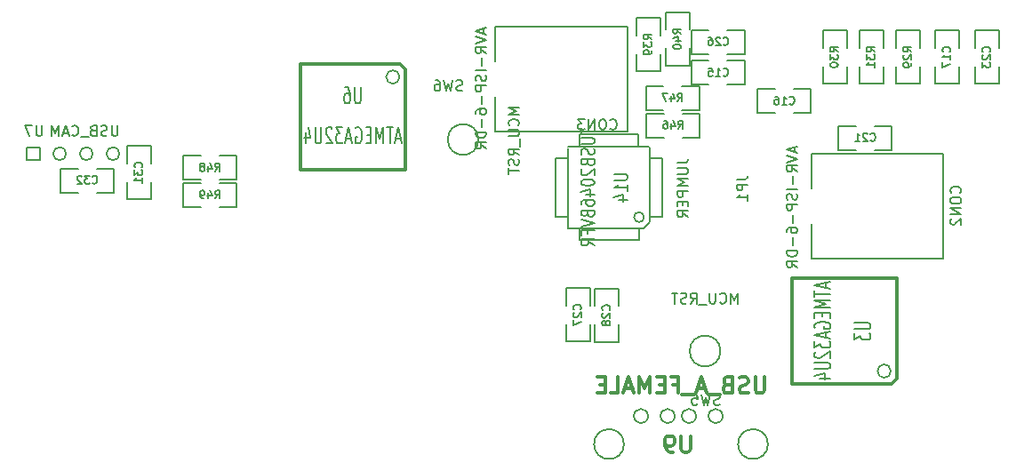
<source format=gbo>
G04 (created by PCBNEW (2013-may-18)-stable) date Sat Feb 17 15:36:07 2018*
%MOIN*%
G04 Gerber Fmt 3.4, Leading zero omitted, Abs format*
%FSLAX34Y34*%
G01*
G70*
G90*
G04 APERTURE LIST*
%ADD10C,0.00590551*%
%ADD11C,0.012*%
%ADD12C,0.008*%
%ADD13C,0.006*%
%ADD14C,0.005*%
G04 APERTURE END LIST*
G54D10*
G54D11*
X104588Y-56592D02*
X100648Y-56592D01*
X100648Y-56592D02*
X100648Y-60532D01*
X104398Y-60532D02*
X100648Y-60532D01*
X104588Y-60342D02*
X104588Y-56592D01*
X104398Y-60532D02*
X104588Y-60342D01*
G54D12*
X104368Y-60062D02*
G75*
G03X104368Y-60062I-250J0D01*
G74*
G01*
G54D11*
X82222Y-48561D02*
X82222Y-52501D01*
X82222Y-52501D02*
X86162Y-52501D01*
X86162Y-48751D02*
X86162Y-52501D01*
X85972Y-48561D02*
X82222Y-48561D01*
X86162Y-48751D02*
X85972Y-48561D01*
G54D12*
X85942Y-49031D02*
G75*
G03X85942Y-49031I-250J0D01*
G74*
G01*
G54D13*
X92709Y-51189D02*
X92709Y-51639D01*
X94889Y-51189D02*
X94889Y-51629D01*
X92709Y-51189D02*
X94889Y-51189D01*
X92239Y-52069D02*
X91809Y-52069D01*
X92229Y-54279D02*
X91809Y-54279D01*
X91809Y-54289D02*
X91799Y-52069D01*
X95779Y-54269D02*
X95789Y-52099D01*
X95089Y-54699D02*
X92259Y-54699D01*
X95779Y-52089D02*
X95369Y-52089D01*
X95329Y-54449D02*
X95329Y-51669D01*
X92249Y-51649D02*
X95289Y-51649D01*
X92249Y-54699D02*
X92249Y-51699D01*
X94919Y-55149D02*
X92699Y-55149D01*
X92699Y-55149D02*
X92699Y-54699D01*
X95099Y-54695D02*
X95329Y-54465D01*
X94919Y-55147D02*
X94919Y-54695D01*
X95329Y-54269D02*
X95781Y-54269D01*
X95113Y-54287D02*
G75*
G03X95113Y-54287I-188J0D01*
G74*
G01*
G54D10*
X97978Y-59311D02*
G75*
G03X97978Y-59311I-577J0D01*
G74*
G01*
X88904Y-51377D02*
G75*
G03X88904Y-51377I-577J0D01*
G74*
G01*
G54D14*
X98893Y-48427D02*
X98893Y-49327D01*
X98893Y-49327D02*
X98243Y-49327D01*
X97543Y-48427D02*
X96893Y-48427D01*
X96893Y-48427D02*
X96893Y-49327D01*
X96893Y-49327D02*
X97543Y-49327D01*
X98243Y-48427D02*
X98893Y-48427D01*
X99374Y-50390D02*
X99374Y-49490D01*
X99374Y-49490D02*
X100024Y-49490D01*
X100724Y-50390D02*
X101374Y-50390D01*
X101374Y-50390D02*
X101374Y-49490D01*
X101374Y-49490D02*
X100724Y-49490D01*
X100024Y-50390D02*
X99374Y-50390D01*
X104405Y-50868D02*
X104405Y-51768D01*
X104405Y-51768D02*
X103755Y-51768D01*
X103055Y-50868D02*
X102405Y-50868D01*
X102405Y-50868D02*
X102405Y-51768D01*
X102405Y-51768D02*
X103055Y-51768D01*
X103755Y-50868D02*
X104405Y-50868D01*
X107522Y-47287D02*
X108422Y-47287D01*
X108422Y-47287D02*
X108422Y-47937D01*
X107522Y-48637D02*
X107522Y-49287D01*
X107522Y-49287D02*
X108422Y-49287D01*
X108422Y-49287D02*
X108422Y-48637D01*
X107522Y-47937D02*
X107522Y-47287D01*
X101813Y-47287D02*
X102713Y-47287D01*
X102713Y-47287D02*
X102713Y-47937D01*
X101813Y-48637D02*
X101813Y-49287D01*
X101813Y-49287D02*
X102713Y-49287D01*
X102713Y-49287D02*
X102713Y-48637D01*
X101813Y-47937D02*
X101813Y-47287D01*
X103191Y-47287D02*
X104091Y-47287D01*
X104091Y-47287D02*
X104091Y-47937D01*
X103191Y-48637D02*
X103191Y-49287D01*
X103191Y-49287D02*
X104091Y-49287D01*
X104091Y-49287D02*
X104091Y-48637D01*
X103191Y-47937D02*
X103191Y-47287D01*
X106026Y-47287D02*
X106926Y-47287D01*
X106926Y-47287D02*
X106926Y-47937D01*
X106026Y-48637D02*
X106026Y-49287D01*
X106026Y-49287D02*
X106926Y-49287D01*
X106926Y-49287D02*
X106926Y-48637D01*
X106026Y-47937D02*
X106026Y-47287D01*
X105469Y-49287D02*
X104569Y-49287D01*
X104569Y-49287D02*
X104569Y-48637D01*
X105469Y-47937D02*
X105469Y-47287D01*
X105469Y-47287D02*
X104569Y-47287D01*
X104569Y-47287D02*
X104569Y-47937D01*
X105469Y-48637D02*
X105469Y-49287D01*
G54D10*
X89528Y-48454D02*
X89528Y-47134D01*
X89528Y-47134D02*
X94488Y-47134D01*
X94488Y-47134D02*
X94488Y-51094D01*
X94488Y-51094D02*
X89528Y-51094D01*
X89528Y-51094D02*
X89528Y-49774D01*
X101379Y-53217D02*
X101379Y-51897D01*
X101379Y-51897D02*
X106339Y-51897D01*
X106339Y-51897D02*
X106339Y-55857D01*
X106339Y-55857D02*
X101379Y-55857D01*
X101379Y-55857D02*
X101379Y-54537D01*
G54D14*
X75232Y-52463D02*
X75232Y-53363D01*
X75232Y-53363D02*
X74582Y-53363D01*
X73882Y-52463D02*
X73232Y-52463D01*
X73232Y-52463D02*
X73232Y-53363D01*
X73232Y-53363D02*
X73882Y-53363D01*
X74582Y-52463D02*
X75232Y-52463D01*
X75731Y-51618D02*
X76631Y-51618D01*
X76631Y-51618D02*
X76631Y-52268D01*
X75731Y-52968D02*
X75731Y-53618D01*
X75731Y-53618D02*
X76631Y-53618D01*
X76631Y-53618D02*
X76631Y-52968D01*
X75731Y-52268D02*
X75731Y-51618D01*
X93270Y-56972D02*
X94170Y-56972D01*
X94170Y-56972D02*
X94170Y-57622D01*
X93270Y-58322D02*
X93270Y-58972D01*
X93270Y-58972D02*
X94170Y-58972D01*
X94170Y-58972D02*
X94170Y-58322D01*
X93270Y-57622D02*
X93270Y-56972D01*
X92187Y-56952D02*
X93087Y-56952D01*
X93087Y-56952D02*
X93087Y-57602D01*
X92187Y-58302D02*
X92187Y-58952D01*
X92187Y-58952D02*
X93087Y-58952D01*
X93087Y-58952D02*
X93087Y-58302D01*
X92187Y-57602D02*
X92187Y-56952D01*
X98893Y-47266D02*
X98893Y-48166D01*
X98893Y-48166D02*
X98243Y-48166D01*
X97543Y-47266D02*
X96893Y-47266D01*
X96893Y-47266D02*
X96893Y-48166D01*
X96893Y-48166D02*
X97543Y-48166D01*
X98243Y-47266D02*
X98893Y-47266D01*
X77838Y-53914D02*
X77838Y-53014D01*
X77838Y-53014D02*
X78488Y-53014D01*
X79188Y-53914D02*
X79838Y-53914D01*
X79838Y-53914D02*
X79838Y-53014D01*
X79838Y-53014D02*
X79188Y-53014D01*
X78488Y-53914D02*
X77838Y-53914D01*
X77838Y-52890D02*
X77838Y-51990D01*
X77838Y-51990D02*
X78488Y-51990D01*
X79188Y-52890D02*
X79838Y-52890D01*
X79838Y-52890D02*
X79838Y-51990D01*
X79838Y-51990D02*
X79188Y-51990D01*
X78488Y-52890D02*
X77838Y-52890D01*
X97181Y-49372D02*
X97181Y-50272D01*
X97181Y-50272D02*
X96531Y-50272D01*
X95831Y-49372D02*
X95181Y-49372D01*
X95181Y-49372D02*
X95181Y-50272D01*
X95181Y-50272D02*
X95831Y-50272D01*
X96531Y-49372D02*
X97181Y-49372D01*
X97200Y-50396D02*
X97200Y-51296D01*
X97200Y-51296D02*
X96550Y-51296D01*
X95850Y-50396D02*
X95200Y-50396D01*
X95200Y-50396D02*
X95200Y-51296D01*
X95200Y-51296D02*
X95850Y-51296D01*
X96550Y-50396D02*
X97200Y-50396D01*
X96827Y-48598D02*
X95927Y-48598D01*
X95927Y-48598D02*
X95927Y-47948D01*
X96827Y-47248D02*
X96827Y-46598D01*
X96827Y-46598D02*
X95927Y-46598D01*
X95927Y-46598D02*
X95927Y-47248D01*
X96827Y-47948D02*
X96827Y-48598D01*
X95725Y-48814D02*
X94825Y-48814D01*
X94825Y-48814D02*
X94825Y-48164D01*
X95725Y-47464D02*
X95725Y-46814D01*
X95725Y-46814D02*
X94825Y-46814D01*
X94825Y-46814D02*
X94825Y-47464D01*
X95725Y-48164D02*
X95725Y-48814D01*
G54D10*
X71955Y-51663D02*
X71955Y-52154D01*
X72446Y-52154D01*
X72446Y-51663D01*
X71955Y-51663D01*
X73446Y-51909D02*
G75*
G03X73446Y-51909I-245J0D01*
G74*
G01*
X74446Y-51909D02*
G75*
G03X74446Y-51909I-245J0D01*
G74*
G01*
X75446Y-51909D02*
G75*
G03X75446Y-51909I-245J0D01*
G74*
G01*
X95263Y-61751D02*
G75*
G03X95263Y-61751I-265J0D01*
G74*
G01*
X96263Y-61751D02*
G75*
G03X96263Y-61751I-265J0D01*
G74*
G01*
X97063Y-61751D02*
G75*
G03X97063Y-61751I-265J0D01*
G74*
G01*
X98063Y-61751D02*
G75*
G03X98063Y-61751I-265J0D01*
G74*
G01*
X94358Y-62801D02*
G75*
G03X94358Y-62801I-560J0D01*
G74*
G01*
X99758Y-62801D02*
G75*
G03X99758Y-62801I-560J0D01*
G74*
G01*
G54D12*
X103010Y-58258D02*
X103496Y-58258D01*
X103553Y-58277D01*
X103582Y-58296D01*
X103610Y-58334D01*
X103610Y-58410D01*
X103582Y-58448D01*
X103553Y-58467D01*
X103496Y-58486D01*
X103010Y-58486D01*
X103010Y-58639D02*
X103010Y-58886D01*
X103239Y-58753D01*
X103239Y-58810D01*
X103268Y-58848D01*
X103296Y-58867D01*
X103353Y-58886D01*
X103496Y-58886D01*
X103553Y-58867D01*
X103582Y-58848D01*
X103610Y-58810D01*
X103610Y-58696D01*
X103582Y-58658D01*
X103553Y-58639D01*
X101939Y-56753D02*
X101939Y-56943D01*
X102110Y-56715D02*
X101510Y-56848D01*
X102110Y-56982D01*
X101510Y-57058D02*
X101510Y-57286D01*
X102110Y-57172D02*
X101510Y-57172D01*
X102110Y-57420D02*
X101510Y-57420D01*
X101939Y-57553D01*
X101510Y-57686D01*
X102110Y-57686D01*
X101796Y-57877D02*
X101796Y-58010D01*
X102110Y-58067D02*
X102110Y-57877D01*
X101510Y-57877D01*
X101510Y-58067D01*
X101539Y-58448D02*
X101510Y-58410D01*
X101510Y-58353D01*
X101539Y-58296D01*
X101596Y-58258D01*
X101653Y-58239D01*
X101768Y-58220D01*
X101853Y-58220D01*
X101968Y-58239D01*
X102025Y-58258D01*
X102082Y-58296D01*
X102110Y-58353D01*
X102110Y-58391D01*
X102082Y-58448D01*
X102053Y-58467D01*
X101853Y-58467D01*
X101853Y-58391D01*
X101939Y-58620D02*
X101939Y-58810D01*
X102110Y-58582D02*
X101510Y-58715D01*
X102110Y-58848D01*
X101510Y-58943D02*
X101510Y-59191D01*
X101739Y-59058D01*
X101739Y-59115D01*
X101768Y-59153D01*
X101796Y-59172D01*
X101853Y-59191D01*
X101996Y-59191D01*
X102053Y-59172D01*
X102082Y-59153D01*
X102110Y-59115D01*
X102110Y-59001D01*
X102082Y-58962D01*
X102053Y-58943D01*
X101568Y-59343D02*
X101539Y-59362D01*
X101510Y-59401D01*
X101510Y-59496D01*
X101539Y-59534D01*
X101568Y-59553D01*
X101625Y-59572D01*
X101682Y-59572D01*
X101768Y-59553D01*
X102110Y-59324D01*
X102110Y-59572D01*
X101510Y-59743D02*
X101996Y-59743D01*
X102053Y-59762D01*
X102082Y-59782D01*
X102110Y-59820D01*
X102110Y-59896D01*
X102082Y-59934D01*
X102053Y-59953D01*
X101996Y-59972D01*
X101510Y-59972D01*
X101710Y-60334D02*
X102110Y-60334D01*
X101482Y-60239D02*
X101910Y-60143D01*
X101910Y-60391D01*
X84497Y-49424D02*
X84497Y-49910D01*
X84478Y-49967D01*
X84459Y-49995D01*
X84421Y-50024D01*
X84345Y-50024D01*
X84307Y-49995D01*
X84288Y-49967D01*
X84269Y-49910D01*
X84269Y-49424D01*
X83907Y-49424D02*
X83983Y-49424D01*
X84021Y-49452D01*
X84040Y-49481D01*
X84078Y-49567D01*
X84097Y-49681D01*
X84097Y-49910D01*
X84078Y-49967D01*
X84059Y-49995D01*
X84021Y-50024D01*
X83945Y-50024D01*
X83907Y-49995D01*
X83888Y-49967D01*
X83869Y-49910D01*
X83869Y-49767D01*
X83888Y-49710D01*
X83907Y-49681D01*
X83945Y-49652D01*
X84021Y-49652D01*
X84059Y-49681D01*
X84078Y-49710D01*
X84097Y-49767D01*
X86002Y-51352D02*
X85811Y-51352D01*
X86040Y-51524D02*
X85907Y-50924D01*
X85773Y-51524D01*
X85697Y-50924D02*
X85469Y-50924D01*
X85583Y-51524D02*
X85583Y-50924D01*
X85335Y-51524D02*
X85335Y-50924D01*
X85202Y-51352D01*
X85069Y-50924D01*
X85069Y-51524D01*
X84878Y-51210D02*
X84745Y-51210D01*
X84688Y-51524D02*
X84878Y-51524D01*
X84878Y-50924D01*
X84688Y-50924D01*
X84307Y-50952D02*
X84345Y-50924D01*
X84402Y-50924D01*
X84459Y-50952D01*
X84497Y-51010D01*
X84516Y-51067D01*
X84535Y-51181D01*
X84535Y-51267D01*
X84516Y-51381D01*
X84497Y-51438D01*
X84459Y-51495D01*
X84402Y-51524D01*
X84364Y-51524D01*
X84307Y-51495D01*
X84288Y-51467D01*
X84288Y-51267D01*
X84364Y-51267D01*
X84135Y-51352D02*
X83945Y-51352D01*
X84173Y-51524D02*
X84040Y-50924D01*
X83907Y-51524D01*
X83811Y-50924D02*
X83564Y-50924D01*
X83697Y-51152D01*
X83640Y-51152D01*
X83602Y-51181D01*
X83583Y-51210D01*
X83564Y-51267D01*
X83564Y-51410D01*
X83583Y-51467D01*
X83602Y-51495D01*
X83640Y-51524D01*
X83754Y-51524D01*
X83792Y-51495D01*
X83811Y-51467D01*
X83411Y-50981D02*
X83392Y-50952D01*
X83354Y-50924D01*
X83259Y-50924D01*
X83221Y-50952D01*
X83202Y-50981D01*
X83183Y-51038D01*
X83183Y-51095D01*
X83202Y-51181D01*
X83431Y-51524D01*
X83183Y-51524D01*
X83011Y-50924D02*
X83011Y-51410D01*
X82992Y-51467D01*
X82973Y-51495D01*
X82935Y-51524D01*
X82859Y-51524D01*
X82821Y-51495D01*
X82802Y-51467D01*
X82783Y-51410D01*
X82783Y-50924D01*
X82421Y-51124D02*
X82421Y-51524D01*
X82516Y-50895D02*
X82611Y-51324D01*
X82364Y-51324D01*
X94001Y-52674D02*
X94406Y-52674D01*
X94453Y-52693D01*
X94477Y-52712D01*
X94501Y-52750D01*
X94501Y-52826D01*
X94477Y-52864D01*
X94453Y-52883D01*
X94406Y-52902D01*
X94001Y-52902D01*
X94501Y-53302D02*
X94501Y-53074D01*
X94501Y-53188D02*
X94001Y-53188D01*
X94073Y-53150D01*
X94120Y-53112D01*
X94144Y-53074D01*
X94168Y-53645D02*
X94501Y-53645D01*
X93977Y-53550D02*
X94334Y-53455D01*
X94334Y-53702D01*
X92751Y-50950D02*
X92751Y-51178D01*
X93251Y-51064D02*
X92751Y-51064D01*
X92751Y-51312D02*
X93156Y-51312D01*
X93203Y-51331D01*
X93227Y-51350D01*
X93251Y-51388D01*
X93251Y-51464D01*
X93227Y-51502D01*
X93203Y-51521D01*
X93156Y-51540D01*
X92751Y-51540D01*
X93227Y-51712D02*
X93251Y-51769D01*
X93251Y-51864D01*
X93227Y-51902D01*
X93203Y-51921D01*
X93156Y-51940D01*
X93108Y-51940D01*
X93061Y-51921D01*
X93037Y-51902D01*
X93013Y-51864D01*
X92989Y-51788D01*
X92965Y-51750D01*
X92942Y-51731D01*
X92894Y-51712D01*
X92846Y-51712D01*
X92799Y-51731D01*
X92775Y-51750D01*
X92751Y-51788D01*
X92751Y-51883D01*
X92775Y-51940D01*
X92989Y-52245D02*
X93013Y-52302D01*
X93037Y-52321D01*
X93084Y-52340D01*
X93156Y-52340D01*
X93203Y-52321D01*
X93227Y-52302D01*
X93251Y-52264D01*
X93251Y-52112D01*
X92751Y-52112D01*
X92751Y-52245D01*
X92775Y-52283D01*
X92799Y-52302D01*
X92846Y-52321D01*
X92894Y-52321D01*
X92942Y-52302D01*
X92965Y-52283D01*
X92989Y-52245D01*
X92989Y-52112D01*
X92799Y-52493D02*
X92775Y-52512D01*
X92751Y-52550D01*
X92751Y-52645D01*
X92775Y-52683D01*
X92799Y-52702D01*
X92846Y-52721D01*
X92894Y-52721D01*
X92965Y-52702D01*
X93251Y-52474D01*
X93251Y-52721D01*
X92751Y-52969D02*
X92751Y-53007D01*
X92775Y-53045D01*
X92799Y-53064D01*
X92846Y-53083D01*
X92942Y-53102D01*
X93061Y-53102D01*
X93156Y-53083D01*
X93203Y-53064D01*
X93227Y-53045D01*
X93251Y-53007D01*
X93251Y-52969D01*
X93227Y-52931D01*
X93203Y-52912D01*
X93156Y-52893D01*
X93061Y-52874D01*
X92942Y-52874D01*
X92846Y-52893D01*
X92799Y-52912D01*
X92775Y-52931D01*
X92751Y-52969D01*
X92918Y-53445D02*
X93251Y-53445D01*
X92727Y-53350D02*
X93084Y-53255D01*
X93084Y-53502D01*
X92751Y-53826D02*
X92751Y-53750D01*
X92775Y-53712D01*
X92799Y-53693D01*
X92870Y-53655D01*
X92965Y-53635D01*
X93156Y-53635D01*
X93203Y-53655D01*
X93227Y-53674D01*
X93251Y-53712D01*
X93251Y-53788D01*
X93227Y-53826D01*
X93203Y-53845D01*
X93156Y-53864D01*
X93037Y-53864D01*
X92989Y-53845D01*
X92965Y-53826D01*
X92942Y-53788D01*
X92942Y-53712D01*
X92965Y-53674D01*
X92989Y-53655D01*
X93037Y-53635D01*
X92989Y-54169D02*
X93013Y-54226D01*
X93037Y-54245D01*
X93084Y-54264D01*
X93156Y-54264D01*
X93203Y-54245D01*
X93227Y-54226D01*
X93251Y-54188D01*
X93251Y-54035D01*
X92751Y-54035D01*
X92751Y-54169D01*
X92775Y-54207D01*
X92799Y-54226D01*
X92846Y-54245D01*
X92894Y-54245D01*
X92942Y-54226D01*
X92965Y-54207D01*
X92989Y-54169D01*
X92989Y-54035D01*
X92751Y-54378D02*
X93251Y-54512D01*
X92751Y-54645D01*
X92989Y-54912D02*
X92989Y-54778D01*
X93251Y-54778D02*
X92751Y-54778D01*
X92751Y-54969D01*
X93251Y-55350D02*
X93013Y-55216D01*
X93251Y-55121D02*
X92751Y-55121D01*
X92751Y-55274D01*
X92775Y-55312D01*
X92799Y-55331D01*
X92846Y-55350D01*
X92918Y-55350D01*
X92965Y-55331D01*
X92989Y-55312D01*
X93013Y-55274D01*
X93013Y-55121D01*
G54D10*
X97946Y-61311D02*
X97889Y-61330D01*
X97796Y-61330D01*
X97758Y-61311D01*
X97739Y-61292D01*
X97721Y-61255D01*
X97721Y-61217D01*
X97739Y-61180D01*
X97758Y-61161D01*
X97796Y-61142D01*
X97871Y-61124D01*
X97908Y-61105D01*
X97927Y-61086D01*
X97946Y-61049D01*
X97946Y-61011D01*
X97927Y-60974D01*
X97908Y-60955D01*
X97871Y-60936D01*
X97777Y-60936D01*
X97721Y-60955D01*
X97589Y-60936D02*
X97496Y-61330D01*
X97421Y-61049D01*
X97346Y-61330D01*
X97252Y-60936D01*
X96915Y-60936D02*
X97102Y-60936D01*
X97121Y-61124D01*
X97102Y-61105D01*
X97065Y-61086D01*
X96971Y-61086D01*
X96933Y-61105D01*
X96915Y-61124D01*
X96896Y-61161D01*
X96896Y-61255D01*
X96915Y-61292D01*
X96933Y-61311D01*
X96971Y-61330D01*
X97065Y-61330D01*
X97102Y-61311D01*
X97121Y-61292D01*
X98639Y-57530D02*
X98639Y-57136D01*
X98508Y-57417D01*
X98377Y-57136D01*
X98377Y-57530D01*
X97964Y-57492D02*
X97983Y-57511D01*
X98039Y-57530D01*
X98077Y-57530D01*
X98133Y-57511D01*
X98171Y-57474D01*
X98189Y-57436D01*
X98208Y-57361D01*
X98208Y-57305D01*
X98189Y-57230D01*
X98171Y-57192D01*
X98133Y-57155D01*
X98077Y-57136D01*
X98039Y-57136D01*
X97983Y-57155D01*
X97964Y-57174D01*
X97796Y-57136D02*
X97796Y-57455D01*
X97777Y-57492D01*
X97758Y-57511D01*
X97721Y-57530D01*
X97646Y-57530D01*
X97608Y-57511D01*
X97589Y-57492D01*
X97571Y-57455D01*
X97571Y-57136D01*
X97477Y-57567D02*
X97177Y-57567D01*
X96858Y-57530D02*
X96990Y-57342D01*
X97083Y-57530D02*
X97083Y-57136D01*
X96933Y-57136D01*
X96896Y-57155D01*
X96877Y-57174D01*
X96858Y-57211D01*
X96858Y-57267D01*
X96877Y-57305D01*
X96896Y-57324D01*
X96933Y-57342D01*
X97083Y-57342D01*
X96708Y-57511D02*
X96652Y-57530D01*
X96558Y-57530D01*
X96521Y-57511D01*
X96502Y-57492D01*
X96483Y-57455D01*
X96483Y-57417D01*
X96502Y-57380D01*
X96521Y-57361D01*
X96558Y-57342D01*
X96633Y-57324D01*
X96671Y-57305D01*
X96690Y-57286D01*
X96708Y-57249D01*
X96708Y-57211D01*
X96690Y-57174D01*
X96671Y-57155D01*
X96633Y-57136D01*
X96540Y-57136D01*
X96483Y-57155D01*
X96371Y-57136D02*
X96146Y-57136D01*
X96258Y-57530D02*
X96258Y-57136D01*
X88300Y-49530D02*
X88244Y-49549D01*
X88150Y-49549D01*
X88113Y-49530D01*
X88094Y-49511D01*
X88075Y-49474D01*
X88075Y-49436D01*
X88094Y-49399D01*
X88113Y-49380D01*
X88150Y-49361D01*
X88225Y-49342D01*
X88263Y-49324D01*
X88281Y-49305D01*
X88300Y-49267D01*
X88300Y-49230D01*
X88281Y-49192D01*
X88263Y-49174D01*
X88225Y-49155D01*
X88131Y-49155D01*
X88075Y-49174D01*
X87944Y-49155D02*
X87850Y-49549D01*
X87775Y-49267D01*
X87700Y-49549D01*
X87606Y-49155D01*
X87288Y-49155D02*
X87363Y-49155D01*
X87400Y-49174D01*
X87419Y-49192D01*
X87456Y-49249D01*
X87475Y-49324D01*
X87475Y-49474D01*
X87456Y-49511D01*
X87438Y-49530D01*
X87400Y-49549D01*
X87325Y-49549D01*
X87288Y-49530D01*
X87269Y-49511D01*
X87250Y-49474D01*
X87250Y-49380D01*
X87269Y-49342D01*
X87288Y-49324D01*
X87325Y-49305D01*
X87400Y-49305D01*
X87438Y-49324D01*
X87456Y-49342D01*
X87475Y-49380D01*
X90426Y-50179D02*
X90032Y-50179D01*
X90313Y-50310D01*
X90032Y-50441D01*
X90426Y-50441D01*
X90388Y-50853D02*
X90407Y-50835D01*
X90426Y-50778D01*
X90426Y-50741D01*
X90407Y-50685D01*
X90369Y-50647D01*
X90332Y-50628D01*
X90257Y-50610D01*
X90201Y-50610D01*
X90126Y-50628D01*
X90088Y-50647D01*
X90051Y-50685D01*
X90032Y-50741D01*
X90032Y-50778D01*
X90051Y-50835D01*
X90069Y-50853D01*
X90032Y-51022D02*
X90351Y-51022D01*
X90388Y-51041D01*
X90407Y-51060D01*
X90426Y-51097D01*
X90426Y-51172D01*
X90407Y-51210D01*
X90388Y-51228D01*
X90351Y-51247D01*
X90032Y-51247D01*
X90463Y-51341D02*
X90463Y-51641D01*
X90426Y-51960D02*
X90238Y-51828D01*
X90426Y-51735D02*
X90032Y-51735D01*
X90032Y-51885D01*
X90051Y-51922D01*
X90069Y-51941D01*
X90107Y-51960D01*
X90163Y-51960D01*
X90201Y-51941D01*
X90219Y-51922D01*
X90238Y-51885D01*
X90238Y-51735D01*
X90407Y-52110D02*
X90426Y-52166D01*
X90426Y-52260D01*
X90407Y-52297D01*
X90388Y-52316D01*
X90351Y-52335D01*
X90313Y-52335D01*
X90276Y-52316D01*
X90257Y-52297D01*
X90238Y-52260D01*
X90219Y-52185D01*
X90201Y-52147D01*
X90182Y-52128D01*
X90144Y-52110D01*
X90107Y-52110D01*
X90069Y-52128D01*
X90051Y-52147D01*
X90032Y-52185D01*
X90032Y-52278D01*
X90051Y-52335D01*
X90032Y-52447D02*
X90032Y-52672D01*
X90426Y-52559D02*
X90032Y-52559D01*
G54D14*
X98086Y-48970D02*
X98100Y-48985D01*
X98143Y-48999D01*
X98172Y-48999D01*
X98215Y-48985D01*
X98243Y-48956D01*
X98257Y-48927D01*
X98272Y-48870D01*
X98272Y-48827D01*
X98257Y-48770D01*
X98243Y-48742D01*
X98215Y-48713D01*
X98172Y-48699D01*
X98143Y-48699D01*
X98100Y-48713D01*
X98086Y-48727D01*
X97800Y-48999D02*
X97972Y-48999D01*
X97886Y-48999D02*
X97886Y-48699D01*
X97915Y-48742D01*
X97943Y-48770D01*
X97972Y-48785D01*
X97529Y-48699D02*
X97672Y-48699D01*
X97686Y-48842D01*
X97672Y-48827D01*
X97643Y-48813D01*
X97572Y-48813D01*
X97543Y-48827D01*
X97529Y-48842D01*
X97515Y-48870D01*
X97515Y-48942D01*
X97529Y-48970D01*
X97543Y-48985D01*
X97572Y-48999D01*
X97643Y-48999D01*
X97672Y-48985D01*
X97686Y-48970D01*
X100566Y-50033D02*
X100581Y-50048D01*
X100624Y-50062D01*
X100652Y-50062D01*
X100695Y-50048D01*
X100724Y-50019D01*
X100738Y-49990D01*
X100752Y-49933D01*
X100752Y-49890D01*
X100738Y-49833D01*
X100724Y-49805D01*
X100695Y-49776D01*
X100652Y-49762D01*
X100624Y-49762D01*
X100581Y-49776D01*
X100566Y-49790D01*
X100281Y-50062D02*
X100452Y-50062D01*
X100366Y-50062D02*
X100366Y-49762D01*
X100395Y-49805D01*
X100424Y-49833D01*
X100452Y-49848D01*
X100024Y-49762D02*
X100081Y-49762D01*
X100109Y-49776D01*
X100124Y-49790D01*
X100152Y-49833D01*
X100166Y-49890D01*
X100166Y-50005D01*
X100152Y-50033D01*
X100138Y-50048D01*
X100109Y-50062D01*
X100052Y-50062D01*
X100024Y-50048D01*
X100009Y-50033D01*
X99995Y-50005D01*
X99995Y-49933D01*
X100009Y-49905D01*
X100024Y-49890D01*
X100052Y-49876D01*
X100109Y-49876D01*
X100138Y-49890D01*
X100152Y-49905D01*
X100166Y-49933D01*
X103598Y-51411D02*
X103612Y-51426D01*
X103655Y-51440D01*
X103684Y-51440D01*
X103726Y-51426D01*
X103755Y-51397D01*
X103769Y-51368D01*
X103784Y-51311D01*
X103784Y-51268D01*
X103769Y-51211D01*
X103755Y-51183D01*
X103726Y-51154D01*
X103684Y-51140D01*
X103655Y-51140D01*
X103612Y-51154D01*
X103598Y-51168D01*
X103484Y-51168D02*
X103469Y-51154D01*
X103441Y-51140D01*
X103369Y-51140D01*
X103341Y-51154D01*
X103326Y-51168D01*
X103312Y-51197D01*
X103312Y-51226D01*
X103326Y-51268D01*
X103498Y-51440D01*
X103312Y-51440D01*
X103026Y-51440D02*
X103198Y-51440D01*
X103112Y-51440D02*
X103112Y-51140D01*
X103141Y-51183D01*
X103169Y-51211D01*
X103198Y-51226D01*
X108065Y-48094D02*
X108079Y-48080D01*
X108093Y-48037D01*
X108093Y-48008D01*
X108079Y-47965D01*
X108051Y-47937D01*
X108022Y-47923D01*
X107965Y-47908D01*
X107922Y-47908D01*
X107865Y-47923D01*
X107836Y-47937D01*
X107808Y-47965D01*
X107793Y-48008D01*
X107793Y-48037D01*
X107808Y-48080D01*
X107822Y-48094D01*
X107822Y-48208D02*
X107808Y-48223D01*
X107793Y-48251D01*
X107793Y-48323D01*
X107808Y-48351D01*
X107822Y-48365D01*
X107851Y-48380D01*
X107879Y-48380D01*
X107922Y-48365D01*
X108093Y-48194D01*
X108093Y-48380D01*
X107793Y-48480D02*
X107793Y-48665D01*
X107908Y-48565D01*
X107908Y-48608D01*
X107922Y-48637D01*
X107936Y-48651D01*
X107965Y-48665D01*
X108036Y-48665D01*
X108065Y-48651D01*
X108079Y-48637D01*
X108093Y-48608D01*
X108093Y-48523D01*
X108079Y-48494D01*
X108065Y-48480D01*
X102385Y-48094D02*
X102242Y-47994D01*
X102385Y-47923D02*
X102085Y-47923D01*
X102085Y-48037D01*
X102099Y-48065D01*
X102113Y-48080D01*
X102142Y-48094D01*
X102185Y-48094D01*
X102213Y-48080D01*
X102228Y-48065D01*
X102242Y-48037D01*
X102242Y-47923D01*
X102085Y-48194D02*
X102085Y-48380D01*
X102199Y-48280D01*
X102199Y-48323D01*
X102213Y-48351D01*
X102228Y-48365D01*
X102256Y-48380D01*
X102328Y-48380D01*
X102356Y-48365D01*
X102370Y-48351D01*
X102385Y-48323D01*
X102385Y-48237D01*
X102370Y-48208D01*
X102356Y-48194D01*
X102085Y-48565D02*
X102085Y-48594D01*
X102099Y-48623D01*
X102113Y-48637D01*
X102142Y-48651D01*
X102199Y-48665D01*
X102270Y-48665D01*
X102328Y-48651D01*
X102356Y-48637D01*
X102370Y-48623D01*
X102385Y-48594D01*
X102385Y-48565D01*
X102370Y-48537D01*
X102356Y-48523D01*
X102328Y-48508D01*
X102270Y-48494D01*
X102199Y-48494D01*
X102142Y-48508D01*
X102113Y-48523D01*
X102099Y-48537D01*
X102085Y-48565D01*
X103763Y-48094D02*
X103620Y-47994D01*
X103763Y-47923D02*
X103463Y-47923D01*
X103463Y-48037D01*
X103477Y-48065D01*
X103491Y-48080D01*
X103520Y-48094D01*
X103563Y-48094D01*
X103591Y-48080D01*
X103606Y-48065D01*
X103620Y-48037D01*
X103620Y-47923D01*
X103463Y-48194D02*
X103463Y-48380D01*
X103577Y-48280D01*
X103577Y-48323D01*
X103591Y-48351D01*
X103606Y-48365D01*
X103634Y-48380D01*
X103706Y-48380D01*
X103734Y-48365D01*
X103748Y-48351D01*
X103763Y-48323D01*
X103763Y-48237D01*
X103748Y-48208D01*
X103734Y-48194D01*
X103763Y-48665D02*
X103763Y-48494D01*
X103763Y-48580D02*
X103463Y-48580D01*
X103506Y-48551D01*
X103534Y-48523D01*
X103548Y-48494D01*
X106569Y-48094D02*
X106583Y-48080D01*
X106597Y-48037D01*
X106597Y-48008D01*
X106583Y-47965D01*
X106554Y-47937D01*
X106526Y-47923D01*
X106469Y-47908D01*
X106426Y-47908D01*
X106369Y-47923D01*
X106340Y-47937D01*
X106312Y-47965D01*
X106297Y-48008D01*
X106297Y-48037D01*
X106312Y-48080D01*
X106326Y-48094D01*
X106597Y-48380D02*
X106597Y-48208D01*
X106597Y-48294D02*
X106297Y-48294D01*
X106340Y-48265D01*
X106369Y-48237D01*
X106383Y-48208D01*
X106297Y-48480D02*
X106297Y-48680D01*
X106597Y-48551D01*
X105141Y-48094D02*
X104998Y-47994D01*
X105141Y-47923D02*
X104841Y-47923D01*
X104841Y-48037D01*
X104855Y-48065D01*
X104869Y-48080D01*
X104898Y-48094D01*
X104941Y-48094D01*
X104969Y-48080D01*
X104983Y-48065D01*
X104998Y-48037D01*
X104998Y-47923D01*
X104869Y-48208D02*
X104855Y-48223D01*
X104841Y-48251D01*
X104841Y-48323D01*
X104855Y-48351D01*
X104869Y-48365D01*
X104898Y-48380D01*
X104926Y-48380D01*
X104969Y-48365D01*
X105141Y-48194D01*
X105141Y-48380D01*
X105141Y-48523D02*
X105141Y-48580D01*
X105126Y-48608D01*
X105112Y-48623D01*
X105069Y-48651D01*
X105012Y-48665D01*
X104898Y-48665D01*
X104869Y-48651D01*
X104855Y-48637D01*
X104841Y-48608D01*
X104841Y-48551D01*
X104855Y-48523D01*
X104869Y-48508D01*
X104898Y-48494D01*
X104969Y-48494D01*
X104998Y-48508D01*
X105012Y-48523D01*
X105026Y-48551D01*
X105026Y-48608D01*
X105012Y-48637D01*
X104998Y-48651D01*
X104969Y-48665D01*
G54D10*
X93844Y-50968D02*
X93862Y-50987D01*
X93919Y-51005D01*
X93956Y-51005D01*
X94012Y-50987D01*
X94050Y-50949D01*
X94069Y-50912D01*
X94087Y-50837D01*
X94087Y-50780D01*
X94069Y-50705D01*
X94050Y-50668D01*
X94012Y-50630D01*
X93956Y-50612D01*
X93919Y-50612D01*
X93862Y-50630D01*
X93844Y-50649D01*
X93600Y-50612D02*
X93525Y-50612D01*
X93488Y-50630D01*
X93450Y-50668D01*
X93431Y-50743D01*
X93431Y-50874D01*
X93450Y-50949D01*
X93488Y-50987D01*
X93525Y-51005D01*
X93600Y-51005D01*
X93637Y-50987D01*
X93675Y-50949D01*
X93694Y-50874D01*
X93694Y-50743D01*
X93675Y-50668D01*
X93637Y-50630D01*
X93600Y-50612D01*
X93263Y-51005D02*
X93263Y-50612D01*
X93038Y-51005D01*
X93038Y-50612D01*
X92888Y-50612D02*
X92644Y-50612D01*
X92775Y-50762D01*
X92719Y-50762D01*
X92681Y-50780D01*
X92663Y-50799D01*
X92644Y-50837D01*
X92644Y-50930D01*
X92663Y-50968D01*
X92681Y-50987D01*
X92719Y-51005D01*
X92831Y-51005D01*
X92869Y-50987D01*
X92888Y-50968D01*
X89082Y-47218D02*
X89082Y-47406D01*
X89194Y-47181D02*
X88801Y-47312D01*
X89194Y-47443D01*
X88801Y-47518D02*
X89194Y-47649D01*
X88801Y-47781D01*
X89194Y-48137D02*
X89007Y-48006D01*
X89194Y-47912D02*
X88801Y-47912D01*
X88801Y-48062D01*
X88819Y-48099D01*
X88838Y-48118D01*
X88876Y-48137D01*
X88932Y-48137D01*
X88969Y-48118D01*
X88988Y-48099D01*
X89007Y-48062D01*
X89007Y-47912D01*
X89044Y-48306D02*
X89044Y-48606D01*
X89194Y-48793D02*
X88801Y-48793D01*
X89176Y-48962D02*
X89194Y-49018D01*
X89194Y-49112D01*
X89176Y-49149D01*
X89157Y-49168D01*
X89119Y-49187D01*
X89082Y-49187D01*
X89044Y-49168D01*
X89026Y-49149D01*
X89007Y-49112D01*
X88988Y-49037D01*
X88969Y-48999D01*
X88951Y-48981D01*
X88913Y-48962D01*
X88876Y-48962D01*
X88838Y-48981D01*
X88819Y-48999D01*
X88801Y-49037D01*
X88801Y-49131D01*
X88819Y-49187D01*
X89194Y-49356D02*
X88801Y-49356D01*
X88801Y-49505D01*
X88819Y-49543D01*
X88838Y-49562D01*
X88876Y-49580D01*
X88932Y-49580D01*
X88969Y-49562D01*
X88988Y-49543D01*
X89007Y-49505D01*
X89007Y-49356D01*
X89044Y-49749D02*
X89044Y-50049D01*
X88801Y-50405D02*
X88801Y-50330D01*
X88819Y-50293D01*
X88838Y-50274D01*
X88894Y-50237D01*
X88969Y-50218D01*
X89119Y-50218D01*
X89157Y-50237D01*
X89176Y-50255D01*
X89194Y-50293D01*
X89194Y-50368D01*
X89176Y-50405D01*
X89157Y-50424D01*
X89119Y-50443D01*
X89026Y-50443D01*
X88988Y-50424D01*
X88969Y-50405D01*
X88951Y-50368D01*
X88951Y-50293D01*
X88969Y-50255D01*
X88988Y-50237D01*
X89026Y-50218D01*
X89044Y-50612D02*
X89044Y-50912D01*
X89194Y-51099D02*
X88801Y-51099D01*
X88801Y-51193D01*
X88819Y-51249D01*
X88857Y-51287D01*
X88894Y-51305D01*
X88969Y-51324D01*
X89026Y-51324D01*
X89101Y-51305D01*
X89138Y-51287D01*
X89176Y-51249D01*
X89194Y-51193D01*
X89194Y-51099D01*
X89194Y-51718D02*
X89007Y-51586D01*
X89194Y-51493D02*
X88801Y-51493D01*
X88801Y-51643D01*
X88819Y-51680D01*
X88838Y-51699D01*
X88876Y-51718D01*
X88932Y-51718D01*
X88969Y-51699D01*
X88988Y-51680D01*
X89007Y-51643D01*
X89007Y-51493D01*
X106961Y-53379D02*
X106979Y-53361D01*
X106998Y-53304D01*
X106998Y-53267D01*
X106979Y-53211D01*
X106942Y-53173D01*
X106904Y-53154D01*
X106829Y-53136D01*
X106773Y-53136D01*
X106698Y-53154D01*
X106661Y-53173D01*
X106623Y-53211D01*
X106604Y-53267D01*
X106604Y-53304D01*
X106623Y-53361D01*
X106642Y-53379D01*
X106604Y-53623D02*
X106604Y-53698D01*
X106623Y-53736D01*
X106661Y-53773D01*
X106736Y-53792D01*
X106867Y-53792D01*
X106942Y-53773D01*
X106979Y-53736D01*
X106998Y-53698D01*
X106998Y-53623D01*
X106979Y-53586D01*
X106942Y-53548D01*
X106867Y-53529D01*
X106736Y-53529D01*
X106661Y-53548D01*
X106623Y-53586D01*
X106604Y-53623D01*
X106998Y-53961D02*
X106604Y-53961D01*
X106998Y-54186D01*
X106604Y-54186D01*
X106642Y-54354D02*
X106623Y-54373D01*
X106604Y-54411D01*
X106604Y-54504D01*
X106623Y-54542D01*
X106642Y-54560D01*
X106679Y-54579D01*
X106717Y-54579D01*
X106773Y-54560D01*
X106998Y-54336D01*
X106998Y-54579D01*
X100746Y-51668D02*
X100746Y-51855D01*
X100858Y-51630D02*
X100464Y-51761D01*
X100858Y-51893D01*
X100464Y-51968D02*
X100858Y-52099D01*
X100464Y-52230D01*
X100858Y-52586D02*
X100671Y-52455D01*
X100858Y-52361D02*
X100464Y-52361D01*
X100464Y-52511D01*
X100483Y-52549D01*
X100502Y-52568D01*
X100539Y-52586D01*
X100596Y-52586D01*
X100633Y-52568D01*
X100652Y-52549D01*
X100671Y-52511D01*
X100671Y-52361D01*
X100708Y-52755D02*
X100708Y-53055D01*
X100858Y-53243D02*
X100464Y-53243D01*
X100839Y-53411D02*
X100858Y-53468D01*
X100858Y-53561D01*
X100839Y-53599D01*
X100821Y-53617D01*
X100783Y-53636D01*
X100746Y-53636D01*
X100708Y-53617D01*
X100689Y-53599D01*
X100671Y-53561D01*
X100652Y-53486D01*
X100633Y-53449D01*
X100614Y-53430D01*
X100577Y-53411D01*
X100539Y-53411D01*
X100502Y-53430D01*
X100483Y-53449D01*
X100464Y-53486D01*
X100464Y-53580D01*
X100483Y-53636D01*
X100858Y-53805D02*
X100464Y-53805D01*
X100464Y-53955D01*
X100483Y-53992D01*
X100502Y-54011D01*
X100539Y-54030D01*
X100596Y-54030D01*
X100633Y-54011D01*
X100652Y-53992D01*
X100671Y-53955D01*
X100671Y-53805D01*
X100708Y-54199D02*
X100708Y-54499D01*
X100464Y-54855D02*
X100464Y-54780D01*
X100483Y-54742D01*
X100502Y-54724D01*
X100558Y-54686D01*
X100633Y-54667D01*
X100783Y-54667D01*
X100821Y-54686D01*
X100839Y-54705D01*
X100858Y-54742D01*
X100858Y-54817D01*
X100839Y-54855D01*
X100821Y-54874D01*
X100783Y-54892D01*
X100689Y-54892D01*
X100652Y-54874D01*
X100633Y-54855D01*
X100614Y-54817D01*
X100614Y-54742D01*
X100633Y-54705D01*
X100652Y-54686D01*
X100689Y-54667D01*
X100708Y-55061D02*
X100708Y-55361D01*
X100858Y-55548D02*
X100464Y-55548D01*
X100464Y-55642D01*
X100483Y-55698D01*
X100521Y-55736D01*
X100558Y-55755D01*
X100633Y-55773D01*
X100689Y-55773D01*
X100764Y-55755D01*
X100802Y-55736D01*
X100839Y-55698D01*
X100858Y-55642D01*
X100858Y-55548D01*
X100858Y-56167D02*
X100671Y-56036D01*
X100858Y-55942D02*
X100464Y-55942D01*
X100464Y-56092D01*
X100483Y-56130D01*
X100502Y-56148D01*
X100539Y-56167D01*
X100596Y-56167D01*
X100633Y-56148D01*
X100652Y-56130D01*
X100671Y-56092D01*
X100671Y-55942D01*
X72544Y-50848D02*
X72544Y-51167D01*
X72525Y-51204D01*
X72506Y-51223D01*
X72469Y-51242D01*
X72394Y-51242D01*
X72356Y-51223D01*
X72337Y-51204D01*
X72319Y-51167D01*
X72319Y-50848D01*
X72169Y-50848D02*
X71906Y-50848D01*
X72075Y-51242D01*
X75371Y-50848D02*
X75371Y-51167D01*
X75352Y-51204D01*
X75333Y-51223D01*
X75296Y-51242D01*
X75221Y-51242D01*
X75183Y-51223D01*
X75164Y-51204D01*
X75146Y-51167D01*
X75146Y-50848D01*
X74977Y-51223D02*
X74921Y-51242D01*
X74827Y-51242D01*
X74790Y-51223D01*
X74771Y-51204D01*
X74752Y-51167D01*
X74752Y-51129D01*
X74771Y-51092D01*
X74790Y-51073D01*
X74827Y-51054D01*
X74902Y-51035D01*
X74940Y-51017D01*
X74958Y-50998D01*
X74977Y-50960D01*
X74977Y-50923D01*
X74958Y-50885D01*
X74940Y-50867D01*
X74902Y-50848D01*
X74808Y-50848D01*
X74752Y-50867D01*
X74452Y-51035D02*
X74396Y-51054D01*
X74377Y-51073D01*
X74358Y-51110D01*
X74358Y-51167D01*
X74377Y-51204D01*
X74396Y-51223D01*
X74433Y-51242D01*
X74583Y-51242D01*
X74583Y-50848D01*
X74452Y-50848D01*
X74415Y-50867D01*
X74396Y-50885D01*
X74377Y-50923D01*
X74377Y-50960D01*
X74396Y-50998D01*
X74415Y-51017D01*
X74452Y-51035D01*
X74583Y-51035D01*
X74283Y-51279D02*
X73983Y-51279D01*
X73665Y-51204D02*
X73683Y-51223D01*
X73740Y-51242D01*
X73777Y-51242D01*
X73833Y-51223D01*
X73871Y-51185D01*
X73890Y-51148D01*
X73908Y-51073D01*
X73908Y-51017D01*
X73890Y-50942D01*
X73871Y-50904D01*
X73833Y-50867D01*
X73777Y-50848D01*
X73740Y-50848D01*
X73683Y-50867D01*
X73665Y-50885D01*
X73515Y-51129D02*
X73327Y-51129D01*
X73552Y-51242D02*
X73421Y-50848D01*
X73290Y-51242D01*
X73158Y-51242D02*
X73158Y-50848D01*
X73027Y-51129D01*
X72896Y-50848D01*
X72896Y-51242D01*
X98604Y-52880D02*
X98885Y-52880D01*
X98941Y-52861D01*
X98979Y-52824D01*
X98998Y-52768D01*
X98998Y-52730D01*
X98998Y-53068D02*
X98604Y-53068D01*
X98604Y-53218D01*
X98623Y-53255D01*
X98641Y-53274D01*
X98679Y-53293D01*
X98735Y-53293D01*
X98773Y-53274D01*
X98791Y-53255D01*
X98810Y-53218D01*
X98810Y-53068D01*
X98998Y-53667D02*
X98998Y-53443D01*
X98998Y-53555D02*
X98604Y-53555D01*
X98660Y-53517D01*
X98698Y-53480D01*
X98716Y-53443D01*
X96364Y-52261D02*
X96645Y-52261D01*
X96701Y-52243D01*
X96739Y-52205D01*
X96758Y-52149D01*
X96758Y-52111D01*
X96364Y-52449D02*
X96683Y-52449D01*
X96720Y-52468D01*
X96739Y-52486D01*
X96758Y-52524D01*
X96758Y-52599D01*
X96739Y-52636D01*
X96720Y-52655D01*
X96683Y-52674D01*
X96364Y-52674D01*
X96758Y-52861D02*
X96364Y-52861D01*
X96645Y-52993D01*
X96364Y-53124D01*
X96758Y-53124D01*
X96758Y-53311D02*
X96364Y-53311D01*
X96364Y-53461D01*
X96383Y-53499D01*
X96401Y-53517D01*
X96439Y-53536D01*
X96495Y-53536D01*
X96533Y-53517D01*
X96551Y-53499D01*
X96570Y-53461D01*
X96570Y-53311D01*
X96551Y-53705D02*
X96551Y-53836D01*
X96758Y-53892D02*
X96758Y-53705D01*
X96364Y-53705D01*
X96364Y-53892D01*
X96758Y-54286D02*
X96570Y-54155D01*
X96758Y-54061D02*
X96364Y-54061D01*
X96364Y-54211D01*
X96383Y-54249D01*
X96401Y-54267D01*
X96439Y-54286D01*
X96495Y-54286D01*
X96533Y-54267D01*
X96551Y-54249D01*
X96570Y-54211D01*
X96570Y-54061D01*
G54D11*
X96854Y-62497D02*
X96854Y-62982D01*
X96826Y-63040D01*
X96797Y-63068D01*
X96740Y-63097D01*
X96626Y-63097D01*
X96569Y-63068D01*
X96540Y-63040D01*
X96511Y-62982D01*
X96511Y-62497D01*
X96197Y-63097D02*
X96083Y-63097D01*
X96026Y-63068D01*
X95997Y-63040D01*
X95940Y-62954D01*
X95911Y-62840D01*
X95911Y-62611D01*
X95940Y-62554D01*
X95969Y-62525D01*
X96026Y-62497D01*
X96140Y-62497D01*
X96197Y-62525D01*
X96226Y-62554D01*
X96254Y-62611D01*
X96254Y-62754D01*
X96226Y-62811D01*
X96197Y-62840D01*
X96140Y-62868D01*
X96026Y-62868D01*
X95969Y-62840D01*
X95940Y-62811D01*
X95911Y-62754D01*
X99630Y-60292D02*
X99630Y-60778D01*
X99601Y-60835D01*
X99572Y-60863D01*
X99515Y-60892D01*
X99401Y-60892D01*
X99344Y-60863D01*
X99315Y-60835D01*
X99287Y-60778D01*
X99287Y-60292D01*
X99030Y-60863D02*
X98944Y-60892D01*
X98801Y-60892D01*
X98744Y-60863D01*
X98715Y-60835D01*
X98687Y-60778D01*
X98687Y-60721D01*
X98715Y-60663D01*
X98744Y-60635D01*
X98801Y-60606D01*
X98915Y-60578D01*
X98972Y-60549D01*
X99001Y-60521D01*
X99030Y-60463D01*
X99030Y-60406D01*
X99001Y-60349D01*
X98972Y-60321D01*
X98915Y-60292D01*
X98772Y-60292D01*
X98687Y-60321D01*
X98230Y-60578D02*
X98144Y-60606D01*
X98115Y-60635D01*
X98087Y-60692D01*
X98087Y-60778D01*
X98115Y-60835D01*
X98144Y-60863D01*
X98201Y-60892D01*
X98430Y-60892D01*
X98430Y-60292D01*
X98230Y-60292D01*
X98172Y-60321D01*
X98144Y-60349D01*
X98115Y-60406D01*
X98115Y-60463D01*
X98144Y-60521D01*
X98172Y-60549D01*
X98230Y-60578D01*
X98430Y-60578D01*
X97972Y-60949D02*
X97515Y-60949D01*
X97401Y-60721D02*
X97115Y-60721D01*
X97458Y-60892D02*
X97258Y-60292D01*
X97058Y-60892D01*
X97001Y-60949D02*
X96544Y-60949D01*
X96201Y-60578D02*
X96401Y-60578D01*
X96401Y-60892D02*
X96401Y-60292D01*
X96115Y-60292D01*
X95887Y-60578D02*
X95687Y-60578D01*
X95601Y-60892D02*
X95887Y-60892D01*
X95887Y-60292D01*
X95601Y-60292D01*
X95344Y-60892D02*
X95344Y-60292D01*
X95144Y-60721D01*
X94944Y-60292D01*
X94944Y-60892D01*
X94687Y-60721D02*
X94401Y-60721D01*
X94744Y-60892D02*
X94544Y-60292D01*
X94344Y-60892D01*
X93858Y-60892D02*
X94144Y-60892D01*
X94144Y-60292D01*
X93658Y-60578D02*
X93458Y-60578D01*
X93372Y-60892D02*
X93658Y-60892D01*
X93658Y-60292D01*
X93372Y-60292D01*
G54D14*
X74425Y-53006D02*
X74439Y-53020D01*
X74482Y-53034D01*
X74510Y-53034D01*
X74553Y-53020D01*
X74582Y-52991D01*
X74596Y-52963D01*
X74610Y-52906D01*
X74610Y-52863D01*
X74596Y-52806D01*
X74582Y-52777D01*
X74553Y-52749D01*
X74510Y-52734D01*
X74482Y-52734D01*
X74439Y-52749D01*
X74425Y-52763D01*
X74325Y-52734D02*
X74139Y-52734D01*
X74239Y-52849D01*
X74196Y-52849D01*
X74167Y-52863D01*
X74153Y-52877D01*
X74139Y-52906D01*
X74139Y-52977D01*
X74153Y-53006D01*
X74167Y-53020D01*
X74196Y-53034D01*
X74282Y-53034D01*
X74310Y-53020D01*
X74325Y-53006D01*
X74025Y-52763D02*
X74010Y-52749D01*
X73982Y-52734D01*
X73910Y-52734D01*
X73882Y-52749D01*
X73867Y-52763D01*
X73853Y-52791D01*
X73853Y-52820D01*
X73867Y-52863D01*
X74039Y-53034D01*
X73853Y-53034D01*
X76273Y-52425D02*
X76288Y-52410D01*
X76302Y-52368D01*
X76302Y-52339D01*
X76288Y-52296D01*
X76259Y-52268D01*
X76231Y-52253D01*
X76173Y-52239D01*
X76131Y-52239D01*
X76073Y-52253D01*
X76045Y-52268D01*
X76016Y-52296D01*
X76002Y-52339D01*
X76002Y-52368D01*
X76016Y-52410D01*
X76031Y-52425D01*
X76002Y-52525D02*
X76002Y-52710D01*
X76116Y-52610D01*
X76116Y-52653D01*
X76131Y-52682D01*
X76145Y-52696D01*
X76173Y-52710D01*
X76245Y-52710D01*
X76273Y-52696D01*
X76288Y-52682D01*
X76302Y-52653D01*
X76302Y-52568D01*
X76288Y-52539D01*
X76273Y-52525D01*
X76302Y-52996D02*
X76302Y-52825D01*
X76302Y-52910D02*
X76002Y-52910D01*
X76045Y-52882D01*
X76073Y-52853D01*
X76088Y-52825D01*
X93813Y-57779D02*
X93827Y-57765D01*
X93841Y-57722D01*
X93841Y-57693D01*
X93827Y-57651D01*
X93799Y-57622D01*
X93770Y-57608D01*
X93713Y-57593D01*
X93670Y-57593D01*
X93613Y-57608D01*
X93584Y-57622D01*
X93556Y-57651D01*
X93541Y-57693D01*
X93541Y-57722D01*
X93556Y-57765D01*
X93570Y-57779D01*
X93570Y-57893D02*
X93556Y-57908D01*
X93541Y-57936D01*
X93541Y-58008D01*
X93556Y-58036D01*
X93570Y-58051D01*
X93599Y-58065D01*
X93627Y-58065D01*
X93670Y-58051D01*
X93841Y-57879D01*
X93841Y-58065D01*
X93670Y-58236D02*
X93656Y-58208D01*
X93641Y-58193D01*
X93613Y-58179D01*
X93599Y-58179D01*
X93570Y-58193D01*
X93556Y-58208D01*
X93541Y-58236D01*
X93541Y-58293D01*
X93556Y-58322D01*
X93570Y-58336D01*
X93599Y-58351D01*
X93613Y-58351D01*
X93641Y-58336D01*
X93656Y-58322D01*
X93670Y-58293D01*
X93670Y-58236D01*
X93684Y-58208D01*
X93699Y-58193D01*
X93727Y-58179D01*
X93784Y-58179D01*
X93813Y-58193D01*
X93827Y-58208D01*
X93841Y-58236D01*
X93841Y-58293D01*
X93827Y-58322D01*
X93813Y-58336D01*
X93784Y-58351D01*
X93727Y-58351D01*
X93699Y-58336D01*
X93684Y-58322D01*
X93670Y-58293D01*
X92730Y-57759D02*
X92744Y-57745D01*
X92759Y-57702D01*
X92759Y-57674D01*
X92744Y-57631D01*
X92716Y-57602D01*
X92687Y-57588D01*
X92630Y-57574D01*
X92587Y-57574D01*
X92530Y-57588D01*
X92502Y-57602D01*
X92473Y-57631D01*
X92459Y-57674D01*
X92459Y-57702D01*
X92473Y-57745D01*
X92487Y-57759D01*
X92487Y-57874D02*
X92473Y-57888D01*
X92459Y-57917D01*
X92459Y-57988D01*
X92473Y-58017D01*
X92487Y-58031D01*
X92516Y-58045D01*
X92544Y-58045D01*
X92587Y-58031D01*
X92759Y-57859D01*
X92759Y-58045D01*
X92459Y-58145D02*
X92459Y-58345D01*
X92759Y-58217D01*
X98086Y-47809D02*
X98100Y-47823D01*
X98143Y-47837D01*
X98172Y-47837D01*
X98215Y-47823D01*
X98243Y-47795D01*
X98257Y-47766D01*
X98272Y-47709D01*
X98272Y-47666D01*
X98257Y-47609D01*
X98243Y-47580D01*
X98215Y-47552D01*
X98172Y-47537D01*
X98143Y-47537D01*
X98100Y-47552D01*
X98086Y-47566D01*
X97972Y-47566D02*
X97957Y-47552D01*
X97929Y-47537D01*
X97857Y-47537D01*
X97829Y-47552D01*
X97815Y-47566D01*
X97800Y-47595D01*
X97800Y-47623D01*
X97815Y-47666D01*
X97986Y-47837D01*
X97800Y-47837D01*
X97543Y-47537D02*
X97600Y-47537D01*
X97629Y-47552D01*
X97643Y-47566D01*
X97672Y-47609D01*
X97686Y-47666D01*
X97686Y-47780D01*
X97672Y-47809D01*
X97657Y-47823D01*
X97629Y-47837D01*
X97572Y-47837D01*
X97543Y-47823D01*
X97529Y-47809D01*
X97515Y-47780D01*
X97515Y-47709D01*
X97529Y-47680D01*
X97543Y-47666D01*
X97572Y-47652D01*
X97629Y-47652D01*
X97657Y-47666D01*
X97672Y-47680D01*
X97686Y-47709D01*
X79031Y-53585D02*
X79131Y-53443D01*
X79202Y-53585D02*
X79202Y-53285D01*
X79088Y-53285D01*
X79060Y-53300D01*
X79045Y-53314D01*
X79031Y-53343D01*
X79031Y-53385D01*
X79045Y-53414D01*
X79060Y-53428D01*
X79088Y-53443D01*
X79202Y-53443D01*
X78774Y-53385D02*
X78774Y-53585D01*
X78845Y-53271D02*
X78917Y-53485D01*
X78731Y-53485D01*
X78602Y-53585D02*
X78545Y-53585D01*
X78517Y-53571D01*
X78502Y-53557D01*
X78474Y-53514D01*
X78460Y-53457D01*
X78460Y-53343D01*
X78474Y-53314D01*
X78488Y-53300D01*
X78517Y-53285D01*
X78574Y-53285D01*
X78602Y-53300D01*
X78617Y-53314D01*
X78631Y-53343D01*
X78631Y-53414D01*
X78617Y-53443D01*
X78602Y-53457D01*
X78574Y-53471D01*
X78517Y-53471D01*
X78488Y-53457D01*
X78474Y-53443D01*
X78460Y-53414D01*
X79031Y-52562D02*
X79131Y-52419D01*
X79202Y-52562D02*
X79202Y-52262D01*
X79088Y-52262D01*
X79060Y-52276D01*
X79045Y-52290D01*
X79031Y-52319D01*
X79031Y-52362D01*
X79045Y-52390D01*
X79060Y-52405D01*
X79088Y-52419D01*
X79202Y-52419D01*
X78774Y-52362D02*
X78774Y-52562D01*
X78845Y-52248D02*
X78917Y-52462D01*
X78731Y-52462D01*
X78574Y-52390D02*
X78602Y-52376D01*
X78617Y-52362D01*
X78631Y-52333D01*
X78631Y-52319D01*
X78617Y-52290D01*
X78602Y-52276D01*
X78574Y-52262D01*
X78517Y-52262D01*
X78488Y-52276D01*
X78474Y-52290D01*
X78460Y-52319D01*
X78460Y-52333D01*
X78474Y-52362D01*
X78488Y-52376D01*
X78517Y-52390D01*
X78574Y-52390D01*
X78602Y-52405D01*
X78617Y-52419D01*
X78631Y-52448D01*
X78631Y-52505D01*
X78617Y-52533D01*
X78602Y-52548D01*
X78574Y-52562D01*
X78517Y-52562D01*
X78488Y-52548D01*
X78474Y-52533D01*
X78460Y-52505D01*
X78460Y-52448D01*
X78474Y-52419D01*
X78488Y-52405D01*
X78517Y-52390D01*
X96373Y-49944D02*
X96473Y-49801D01*
X96545Y-49944D02*
X96545Y-49644D01*
X96431Y-49644D01*
X96402Y-49658D01*
X96388Y-49672D01*
X96373Y-49701D01*
X96373Y-49744D01*
X96388Y-49772D01*
X96402Y-49787D01*
X96431Y-49801D01*
X96545Y-49801D01*
X96116Y-49744D02*
X96116Y-49944D01*
X96188Y-49629D02*
X96259Y-49844D01*
X96073Y-49844D01*
X95988Y-49644D02*
X95788Y-49644D01*
X95916Y-49944D01*
X96393Y-50967D02*
X96493Y-50825D01*
X96565Y-50967D02*
X96565Y-50667D01*
X96450Y-50667D01*
X96422Y-50682D01*
X96407Y-50696D01*
X96393Y-50725D01*
X96393Y-50767D01*
X96407Y-50796D01*
X96422Y-50810D01*
X96450Y-50825D01*
X96565Y-50825D01*
X96136Y-50767D02*
X96136Y-50967D01*
X96207Y-50653D02*
X96279Y-50867D01*
X96093Y-50867D01*
X95850Y-50667D02*
X95907Y-50667D01*
X95936Y-50682D01*
X95950Y-50696D01*
X95979Y-50739D01*
X95993Y-50796D01*
X95993Y-50910D01*
X95979Y-50939D01*
X95965Y-50953D01*
X95936Y-50967D01*
X95879Y-50967D01*
X95850Y-50953D01*
X95836Y-50939D01*
X95822Y-50910D01*
X95822Y-50839D01*
X95836Y-50810D01*
X95850Y-50796D01*
X95879Y-50782D01*
X95936Y-50782D01*
X95965Y-50796D01*
X95979Y-50810D01*
X95993Y-50839D01*
X96499Y-47405D02*
X96356Y-47305D01*
X96499Y-47234D02*
X96199Y-47234D01*
X96199Y-47348D01*
X96213Y-47376D01*
X96227Y-47391D01*
X96256Y-47405D01*
X96299Y-47405D01*
X96327Y-47391D01*
X96342Y-47376D01*
X96356Y-47348D01*
X96356Y-47234D01*
X96299Y-47662D02*
X96499Y-47662D01*
X96185Y-47591D02*
X96399Y-47519D01*
X96399Y-47705D01*
X96199Y-47876D02*
X96199Y-47905D01*
X96213Y-47934D01*
X96227Y-47948D01*
X96256Y-47962D01*
X96313Y-47976D01*
X96385Y-47976D01*
X96442Y-47962D01*
X96470Y-47948D01*
X96485Y-47934D01*
X96499Y-47905D01*
X96499Y-47876D01*
X96485Y-47848D01*
X96470Y-47834D01*
X96442Y-47819D01*
X96385Y-47805D01*
X96313Y-47805D01*
X96256Y-47819D01*
X96227Y-47834D01*
X96213Y-47848D01*
X96199Y-47876D01*
X95397Y-47622D02*
X95254Y-47522D01*
X95397Y-47450D02*
X95097Y-47450D01*
X95097Y-47564D01*
X95111Y-47593D01*
X95125Y-47607D01*
X95154Y-47622D01*
X95197Y-47622D01*
X95225Y-47607D01*
X95239Y-47593D01*
X95254Y-47564D01*
X95254Y-47450D01*
X95097Y-47722D02*
X95097Y-47907D01*
X95211Y-47807D01*
X95211Y-47850D01*
X95225Y-47879D01*
X95239Y-47893D01*
X95268Y-47907D01*
X95339Y-47907D01*
X95368Y-47893D01*
X95382Y-47879D01*
X95397Y-47850D01*
X95397Y-47764D01*
X95382Y-47736D01*
X95368Y-47722D01*
X95397Y-48050D02*
X95397Y-48107D01*
X95382Y-48136D01*
X95368Y-48150D01*
X95325Y-48179D01*
X95268Y-48193D01*
X95154Y-48193D01*
X95125Y-48179D01*
X95111Y-48164D01*
X95097Y-48136D01*
X95097Y-48079D01*
X95111Y-48050D01*
X95125Y-48036D01*
X95154Y-48022D01*
X95225Y-48022D01*
X95254Y-48036D01*
X95268Y-48050D01*
X95282Y-48079D01*
X95282Y-48136D01*
X95268Y-48164D01*
X95254Y-48179D01*
X95225Y-48193D01*
M02*

</source>
